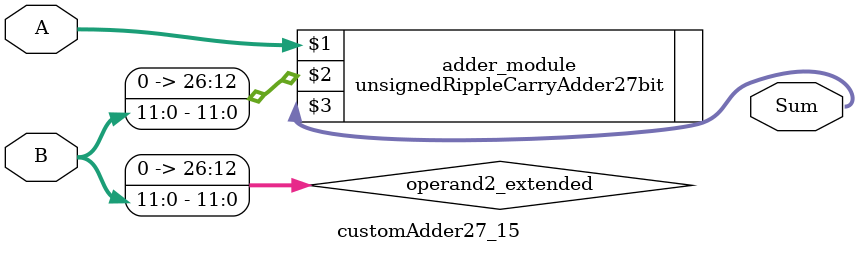
<source format=v>

module customAdder27_15(
                    input [26 : 0] A,
                    input [11 : 0] B,
                    
                    output [27 : 0] Sum
            );

    wire [26 : 0] operand2_extended;
    
    assign operand2_extended =  {15'b0, B};
    
    unsignedRippleCarryAdder27bit adder_module(
        A,
        operand2_extended,
        Sum
    );
    
endmodule
        
</source>
